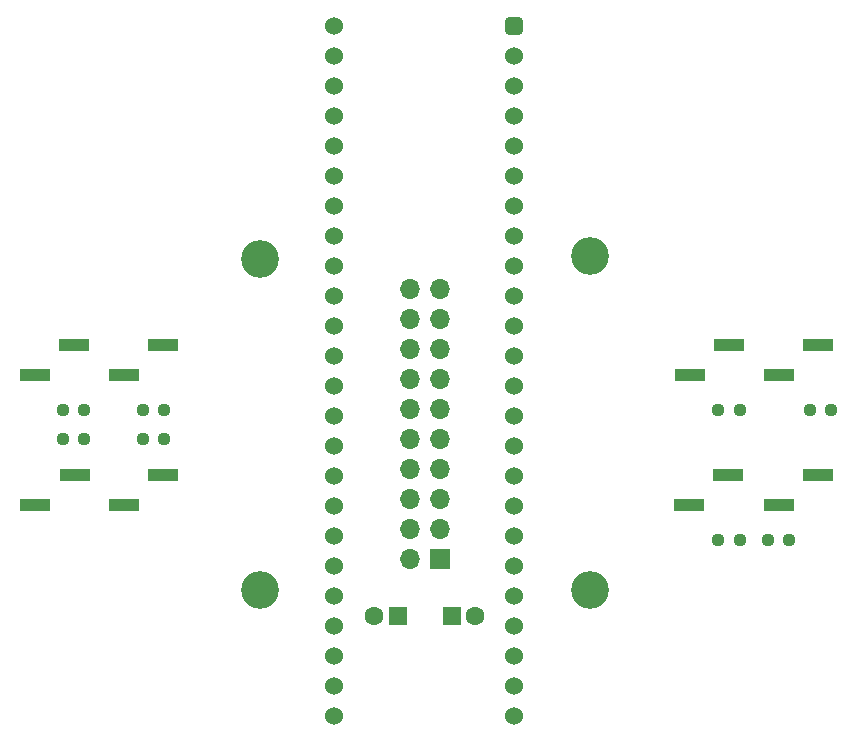
<source format=gbr>
%TF.GenerationSoftware,KiCad,Pcbnew,8.0.1*%
%TF.CreationDate,2024-04-19T02:09:13-07:00*%
%TF.ProjectId,CMOD_A7_Lower,434d4f44-5f41-4375-9f4c-6f7765722e6b,rev?*%
%TF.SameCoordinates,Original*%
%TF.FileFunction,Soldermask,Bot*%
%TF.FilePolarity,Negative*%
%FSLAX46Y46*%
G04 Gerber Fmt 4.6, Leading zero omitted, Abs format (unit mm)*
G04 Created by KiCad (PCBNEW 8.0.1) date 2024-04-19 02:09:13*
%MOMM*%
%LPD*%
G01*
G04 APERTURE LIST*
G04 Aperture macros list*
%AMRoundRect*
0 Rectangle with rounded corners*
0 $1 Rounding radius*
0 $2 $3 $4 $5 $6 $7 $8 $9 X,Y pos of 4 corners*
0 Add a 4 corners polygon primitive as box body*
4,1,4,$2,$3,$4,$5,$6,$7,$8,$9,$2,$3,0*
0 Add four circle primitives for the rounded corners*
1,1,$1+$1,$2,$3*
1,1,$1+$1,$4,$5*
1,1,$1+$1,$6,$7*
1,1,$1+$1,$8,$9*
0 Add four rect primitives between the rounded corners*
20,1,$1+$1,$2,$3,$4,$5,0*
20,1,$1+$1,$4,$5,$6,$7,0*
20,1,$1+$1,$6,$7,$8,$9,0*
20,1,$1+$1,$8,$9,$2,$3,0*%
G04 Aperture macros list end*
%ADD10C,3.200000*%
%ADD11R,1.600000X1.600000*%
%ADD12C,1.600000*%
%ADD13R,1.700000X1.700000*%
%ADD14O,1.700000X1.700000*%
%ADD15R,2.510000X1.000000*%
%ADD16RoundRect,0.237500X0.250000X0.237500X-0.250000X0.237500X-0.250000X-0.237500X0.250000X-0.237500X0*%
%ADD17C,1.524000*%
%ADD18RoundRect,0.381000X-0.381000X-0.381000X0.381000X-0.381000X0.381000X0.381000X-0.381000X0.381000X0*%
G04 APERTURE END LIST*
D10*
%TO.C,H1*%
X72000000Y-102000000D03*
%TD*%
D11*
%TO.C,C9*%
X88250000Y-104250000D03*
D12*
X90250000Y-104250000D03*
%TD*%
D13*
%TO.C,J17*%
X87250000Y-99410000D03*
D14*
X84710000Y-99410000D03*
X87250000Y-96870000D03*
X84710000Y-96870000D03*
X87250000Y-94330000D03*
X84710000Y-94330000D03*
X87250000Y-91790000D03*
X84710000Y-91790000D03*
X87250000Y-89250000D03*
X84710000Y-89250000D03*
X87250000Y-86710000D03*
X84710000Y-86710000D03*
X87250000Y-84170000D03*
X84710000Y-84170000D03*
X87250000Y-81630000D03*
X84710000Y-81630000D03*
X87250000Y-79090000D03*
X84710000Y-79090000D03*
X87250000Y-76550000D03*
X84710000Y-76550000D03*
%TD*%
D10*
%TO.C,H4*%
X100000000Y-102000000D03*
%TD*%
%TO.C,H3*%
X100000000Y-73750000D03*
%TD*%
%TO.C,H2*%
X72000000Y-74000000D03*
%TD*%
D11*
%TO.C,C10*%
X83705113Y-104250000D03*
D12*
X81705113Y-104250000D03*
%TD*%
D15*
%TO.C,J9*%
X53000000Y-83790000D03*
X56310000Y-81250000D03*
%TD*%
%TO.C,J11*%
X60520000Y-83770000D03*
X63830000Y-81230000D03*
%TD*%
%TO.C,J13*%
X108395000Y-83770000D03*
X111705000Y-81230000D03*
%TD*%
D16*
%TO.C,R3*%
X63912500Y-86750000D03*
X62087500Y-86750000D03*
%TD*%
D15*
%TO.C,J10*%
X53020000Y-94770000D03*
X56330000Y-92230000D03*
%TD*%
D17*
%TO.C,U5*%
X78270000Y-112700000D03*
X78270000Y-110160000D03*
X78270000Y-107620000D03*
X78270000Y-105080000D03*
X78270000Y-102540000D03*
X78270000Y-100000000D03*
X78270000Y-97460000D03*
X78270000Y-94920000D03*
X78270000Y-92380000D03*
X78270000Y-89840000D03*
X78270000Y-87300000D03*
X78270000Y-84760000D03*
X78270000Y-82220000D03*
X78270000Y-79680000D03*
X78270000Y-77140000D03*
X78270000Y-74600000D03*
X78270000Y-72060000D03*
X78270000Y-69520000D03*
X78270000Y-66980000D03*
X78270000Y-64440000D03*
X78270000Y-61900000D03*
X78270000Y-59360000D03*
X78270000Y-56820000D03*
X78270000Y-54280000D03*
D18*
X93510000Y-54280000D03*
D17*
X93510000Y-56820000D03*
X93510000Y-59360000D03*
X93510000Y-61900000D03*
X93510000Y-64440000D03*
X93510000Y-66980000D03*
X93510000Y-69520000D03*
X93510000Y-72060000D03*
X93510000Y-74600000D03*
X93510000Y-77140000D03*
X93510000Y-79680000D03*
X93510000Y-82220000D03*
X93510000Y-84760000D03*
X93510000Y-87300000D03*
X93510000Y-89840000D03*
X93510000Y-92380000D03*
X93510000Y-94920000D03*
X93510000Y-97460000D03*
X93510000Y-100000000D03*
X93510000Y-102540000D03*
X93510000Y-105080000D03*
X93510000Y-107620000D03*
X93510000Y-110160000D03*
X93510000Y-112700000D03*
%TD*%
D16*
%TO.C,R6*%
X112662500Y-97750000D03*
X110837500Y-97750000D03*
%TD*%
%TO.C,R2*%
X57162500Y-89250000D03*
X55337500Y-89250000D03*
%TD*%
D15*
%TO.C,J14*%
X108345000Y-94770000D03*
X111655000Y-92230000D03*
%TD*%
%TO.C,J12*%
X60520000Y-94770000D03*
X63830000Y-92230000D03*
%TD*%
D16*
%TO.C,R8*%
X116825000Y-97750000D03*
X115000000Y-97750000D03*
%TD*%
D15*
%TO.C,J16*%
X115940000Y-94770000D03*
X119250000Y-92230000D03*
%TD*%
D16*
%TO.C,R1*%
X57162500Y-86750000D03*
X55337500Y-86750000D03*
%TD*%
%TO.C,R7*%
X120412500Y-86750000D03*
X118587500Y-86750000D03*
%TD*%
%TO.C,R5*%
X112662500Y-86750000D03*
X110837500Y-86750000D03*
%TD*%
%TO.C,R4*%
X63912500Y-89250000D03*
X62087500Y-89250000D03*
%TD*%
D15*
%TO.C,J15*%
X115940000Y-83770000D03*
X119250000Y-81230000D03*
%TD*%
M02*

</source>
